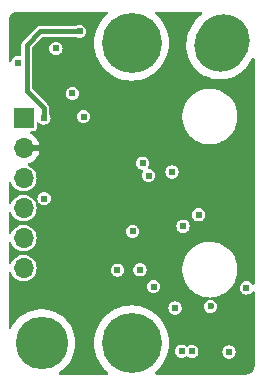
<source format=gbr>
%TF.GenerationSoftware,KiCad,Pcbnew,8.0.4-8.0.4-0~ubuntu22.04.1*%
%TF.CreationDate,2024-08-25T23:22:22-07:00*%
%TF.ProjectId,mag-encoder,6d61672d-656e-4636-9f64-65722e6b6963,1*%
%TF.SameCoordinates,Original*%
%TF.FileFunction,Copper,L2,Inr*%
%TF.FilePolarity,Positive*%
%FSLAX46Y46*%
G04 Gerber Fmt 4.6, Leading zero omitted, Abs format (unit mm)*
G04 Created by KiCad (PCBNEW 8.0.4-8.0.4-0~ubuntu22.04.1) date 2024-08-25 23:22:22*
%MOMM*%
%LPD*%
G01*
G04 APERTURE LIST*
G04 Aperture macros list*
%AMHorizOval*
0 Thick line with rounded ends*
0 $1 width*
0 $2 $3 position (X,Y) of the first rounded end (center of the circle)*
0 $4 $5 position (X,Y) of the second rounded end (center of the circle)*
0 Add line between two ends*
20,1,$1,$2,$3,$4,$5,0*
0 Add two circle primitives to create the rounded ends*
1,1,$1,$2,$3*
1,1,$1,$4,$5*%
G04 Aperture macros list end*
%TA.AperFunction,ComponentPad*%
%ADD10HorizOval,4.445000X0.130820X0.217720X-0.130820X-0.217720X0*%
%TD*%
%TA.AperFunction,ComponentPad*%
%ADD11C,5.080000*%
%TD*%
%TA.AperFunction,ComponentPad*%
%ADD12C,4.445000*%
%TD*%
%TA.AperFunction,ComponentPad*%
%ADD13R,1.700000X1.700000*%
%TD*%
%TA.AperFunction,ComponentPad*%
%ADD14O,1.700000X1.700000*%
%TD*%
%TA.AperFunction,ViaPad*%
%ADD15C,0.609600*%
%TD*%
%TA.AperFunction,ViaPad*%
%ADD16C,0.600000*%
%TD*%
%TA.AperFunction,Conductor*%
%ADD17C,0.381000*%
%TD*%
G04 APERTURE END LIST*
D10*
%TO.N,*%
%TO.C,H2*%
X238175800Y-110871000D03*
%TD*%
D11*
%TO.N,*%
%TO.C,H1*%
X230555800Y-110871000D03*
%TD*%
D12*
%TO.N,*%
%TO.C,H3*%
X222935800Y-136271000D03*
%TD*%
D13*
%TO.N,GND*%
%TO.C,J1*%
X221411800Y-117221000D03*
D14*
%TO.N,+3.3V*%
X221411800Y-119761000D03*
%TO.N,/CS*%
X221411800Y-122301000D03*
%TO.N,/MOSI*%
X221411800Y-124841000D03*
%TO.N,/MISO*%
X221411800Y-127381000D03*
%TO.N,/SCLK*%
X221411800Y-129921000D03*
%TD*%
D11*
%TO.N,*%
%TO.C,H4*%
X230555800Y-136271000D03*
%TD*%
D15*
%TO.N,+3.3V*%
X222834200Y-112547400D03*
X233464100Y-125260100D03*
X231317800Y-125984000D03*
X226339400Y-111480600D03*
X238960249Y-132807588D03*
%TO.N,GND*%
X226491800Y-117094000D03*
X232003600Y-122097800D03*
X225552000Y-115138200D03*
X235661200Y-136982200D03*
X233984800Y-121793000D03*
%TO.N,+5V*%
X224155000Y-111328200D03*
D16*
%TO.N,Net-(D4-A)*%
X237261400Y-133172200D03*
D15*
%TO.N,Net-(D2-A)*%
X234238376Y-133298776D03*
%TO.N,Net-(D3-A)*%
X232435400Y-131495800D03*
%TO.N,+5V_IN*%
X223139000Y-117221000D03*
X226161600Y-109880400D03*
%TO.N,Net-(D5-K)*%
X238810800Y-137033000D03*
%TO.N,/A*%
X223157754Y-124046954D03*
%TO.N,/B*%
X236245400Y-125412501D03*
%TO.N,/PWM*%
X234911727Y-126377562D03*
%TO.N,Net-(Q1-D)*%
X240284000Y-131597400D03*
%TO.N,Net-(Q1-G)*%
X220929200Y-112547400D03*
%TO.N,Net-(D2-K)*%
X229368646Y-130086100D03*
X231267000Y-130073400D03*
X234797600Y-136956800D03*
%TO.N,/MISO*%
X231495600Y-121031000D03*
X230657400Y-126822200D03*
%TD*%
D17*
%TO.N,+5V_IN*%
X221665800Y-111023400D02*
X222808800Y-109880400D01*
X223139000Y-116384600D02*
X221665800Y-114911400D01*
X221665800Y-114911400D02*
X221665800Y-111023400D01*
X223139000Y-117221000D02*
X223139000Y-116384600D01*
X222808800Y-109880400D02*
X226161600Y-109880400D01*
%TD*%
%TA.AperFunction,Conductor*%
%TO.N,+3.3V*%
G36*
X228516269Y-108224185D02*
G01*
X228562024Y-108276989D01*
X228571968Y-108346147D01*
X228542943Y-108409703D01*
X228531857Y-108420959D01*
X228306848Y-108622039D01*
X228069178Y-108887992D01*
X227862795Y-109178860D01*
X227862792Y-109178865D01*
X227690264Y-109491032D01*
X227553773Y-109820551D01*
X227455039Y-110163265D01*
X227455037Y-110163274D01*
X227395295Y-110514889D01*
X227395293Y-110514901D01*
X227375296Y-110871000D01*
X227395293Y-111227098D01*
X227395295Y-111227110D01*
X227455037Y-111578725D01*
X227455039Y-111578734D01*
X227541910Y-111880269D01*
X227553775Y-111921454D01*
X227587344Y-112002496D01*
X227690264Y-112250967D01*
X227862792Y-112563134D01*
X227862795Y-112563139D01*
X228069178Y-112854007D01*
X228069182Y-112854012D01*
X228306844Y-113119956D01*
X228572788Y-113357618D01*
X228572791Y-113357620D01*
X228572792Y-113357621D01*
X228863660Y-113564004D01*
X228863665Y-113564007D01*
X228863668Y-113564008D01*
X228863670Y-113564010D01*
X229175831Y-113736535D01*
X229505346Y-113873025D01*
X229848071Y-113971762D01*
X230199697Y-114031506D01*
X230555800Y-114051504D01*
X230911903Y-114031506D01*
X231263529Y-113971762D01*
X231606254Y-113873025D01*
X231935769Y-113736535D01*
X232247930Y-113564010D01*
X232247935Y-113564006D01*
X232247939Y-113564004D01*
X232400387Y-113455836D01*
X232538812Y-113357618D01*
X232804756Y-113119956D01*
X233042418Y-112854012D01*
X233248810Y-112563130D01*
X233421335Y-112250969D01*
X233557825Y-111921454D01*
X233656562Y-111578729D01*
X233716306Y-111227103D01*
X233736304Y-110871000D01*
X233716306Y-110514897D01*
X233656562Y-110163271D01*
X233557825Y-109820546D01*
X233421335Y-109491031D01*
X233248810Y-109178870D01*
X233248808Y-109178868D01*
X233248807Y-109178865D01*
X233248804Y-109178860D01*
X233042421Y-108887992D01*
X233042420Y-108887991D01*
X233042418Y-108887988D01*
X232804756Y-108622044D01*
X232804753Y-108622041D01*
X232804751Y-108622039D01*
X232579743Y-108420959D01*
X232542872Y-108361610D01*
X232543941Y-108291749D01*
X232582611Y-108233555D01*
X232646603Y-108205506D01*
X232662370Y-108204500D01*
X236438451Y-108204500D01*
X236505490Y-108224185D01*
X236551245Y-108276989D01*
X236561189Y-108346147D01*
X236532164Y-108409703D01*
X236517681Y-108423886D01*
X236357020Y-108557335D01*
X236357003Y-108557351D01*
X236134606Y-108788799D01*
X235939504Y-109043720D01*
X235939501Y-109043724D01*
X235512532Y-109754316D01*
X235379050Y-110046246D01*
X235279093Y-110351297D01*
X235213921Y-110665598D01*
X235213920Y-110665609D01*
X235186238Y-110964815D01*
X235184347Y-110985252D01*
X235184346Y-110985264D01*
X235190749Y-111306177D01*
X235190749Y-111306182D01*
X235233043Y-111624382D01*
X235233044Y-111624387D01*
X235233045Y-111624392D01*
X235307110Y-111921454D01*
X235310704Y-111935869D01*
X235422741Y-112236666D01*
X235422748Y-112236684D01*
X235567765Y-112523061D01*
X235567770Y-112523070D01*
X235743934Y-112791397D01*
X235949042Y-113038327D01*
X235949051Y-113038336D01*
X236180499Y-113260733D01*
X236435419Y-113455836D01*
X236710573Y-113621166D01*
X236841481Y-113681022D01*
X237002506Y-113754649D01*
X237079768Y-113779965D01*
X237307551Y-113854605D01*
X237396385Y-113873025D01*
X237621858Y-113919778D01*
X237621860Y-113919778D01*
X237621869Y-113919780D01*
X237941508Y-113949353D01*
X237941520Y-113949352D01*
X237941524Y-113949353D01*
X238139008Y-113945412D01*
X238262447Y-113942950D01*
X238580652Y-113900655D01*
X238892121Y-113822998D01*
X239192936Y-113710955D01*
X239479316Y-113565938D01*
X239482258Y-113564007D01*
X239522421Y-113537637D01*
X239747657Y-113389766D01*
X239994587Y-113184658D01*
X240137482Y-113035947D01*
X240216993Y-112953200D01*
X240216995Y-112953196D01*
X240216999Y-112953193D01*
X240412096Y-112698281D01*
X240739011Y-112154205D01*
X240790412Y-112106880D01*
X240859240Y-112094857D01*
X240923641Y-112121953D01*
X240963170Y-112179566D01*
X240969300Y-112218071D01*
X240969300Y-131206458D01*
X240949615Y-131273497D01*
X240896811Y-131319252D01*
X240827653Y-131329196D01*
X240764097Y-131300171D01*
X240746925Y-131281945D01*
X240712630Y-131237251D01*
X240682897Y-131198503D01*
X240566063Y-131108853D01*
X240566059Y-131108851D01*
X240430007Y-131052496D01*
X240430005Y-131052495D01*
X240284001Y-131033274D01*
X240283999Y-131033274D01*
X240137994Y-131052495D01*
X240137992Y-131052496D01*
X240001940Y-131108851D01*
X240001937Y-131108852D01*
X240001937Y-131108853D01*
X239885103Y-131198503D01*
X239807091Y-131300171D01*
X239795451Y-131315340D01*
X239739096Y-131451392D01*
X239739095Y-131451394D01*
X239719874Y-131597398D01*
X239719874Y-131597401D01*
X239739095Y-131743405D01*
X239739096Y-131743407D01*
X239792217Y-131871652D01*
X239795453Y-131879463D01*
X239885103Y-131996297D01*
X240001937Y-132085947D01*
X240137993Y-132142304D01*
X240197491Y-132150137D01*
X240283999Y-132161526D01*
X240284000Y-132161526D01*
X240284001Y-132161526D01*
X240332669Y-132155118D01*
X240430007Y-132142304D01*
X240566063Y-132085947D01*
X240682897Y-131996297D01*
X240746924Y-131912854D01*
X240803352Y-131871652D01*
X240873098Y-131867497D01*
X240934018Y-131901709D01*
X240966771Y-131963427D01*
X240969300Y-131988341D01*
X240969300Y-138169907D01*
X240968703Y-138182061D01*
X240955865Y-138312404D01*
X240951122Y-138336246D01*
X240914876Y-138455730D01*
X240905575Y-138478186D01*
X240846722Y-138588294D01*
X240833216Y-138608507D01*
X240754009Y-138705021D01*
X240736821Y-138722209D01*
X240640307Y-138801416D01*
X240620094Y-138814922D01*
X240509986Y-138873775D01*
X240487530Y-138883076D01*
X240368046Y-138919322D01*
X240344204Y-138924065D01*
X240213861Y-138936903D01*
X240201707Y-138937500D01*
X232662370Y-138937500D01*
X232595331Y-138917815D01*
X232549576Y-138865011D01*
X232539632Y-138795853D01*
X232568657Y-138732297D01*
X232579743Y-138721041D01*
X232765527Y-138555013D01*
X232804756Y-138519956D01*
X233042418Y-138254012D01*
X233248810Y-137963130D01*
X233421335Y-137650969D01*
X233557825Y-137321454D01*
X233656562Y-136978729D01*
X233660288Y-136956798D01*
X234233474Y-136956798D01*
X234233474Y-136956801D01*
X234252695Y-137102805D01*
X234252696Y-137102807D01*
X234284258Y-137179005D01*
X234309053Y-137238863D01*
X234398703Y-137355697D01*
X234515537Y-137445347D01*
X234651593Y-137501704D01*
X234724596Y-137511315D01*
X234797599Y-137520926D01*
X234797600Y-137520926D01*
X234797601Y-137520926D01*
X234846269Y-137514518D01*
X234943607Y-137501704D01*
X235079663Y-137445347D01*
X235137364Y-137401071D01*
X235202531Y-137375878D01*
X235270976Y-137389916D01*
X235288329Y-137401067D01*
X235379137Y-137470747D01*
X235515193Y-137527104D01*
X235588196Y-137536715D01*
X235661199Y-137546326D01*
X235661200Y-137546326D01*
X235661201Y-137546326D01*
X235709869Y-137539918D01*
X235807207Y-137527104D01*
X235943263Y-137470747D01*
X236060097Y-137381097D01*
X236149747Y-137264263D01*
X236206104Y-137128207D01*
X236218638Y-137032998D01*
X238246674Y-137032998D01*
X238246674Y-137033001D01*
X238265895Y-137179005D01*
X238265896Y-137179007D01*
X238301210Y-137264263D01*
X238322253Y-137315063D01*
X238411903Y-137431897D01*
X238528737Y-137521547D01*
X238664793Y-137577904D01*
X238737796Y-137587515D01*
X238810799Y-137597126D01*
X238810800Y-137597126D01*
X238810801Y-137597126D01*
X238859469Y-137590718D01*
X238956807Y-137577904D01*
X239092863Y-137521547D01*
X239209697Y-137431897D01*
X239299347Y-137315063D01*
X239355704Y-137179007D01*
X239374926Y-137033000D01*
X239355704Y-136886993D01*
X239299347Y-136750937D01*
X239209697Y-136634103D01*
X239092863Y-136544453D01*
X239092859Y-136544451D01*
X238956807Y-136488096D01*
X238956805Y-136488095D01*
X238810801Y-136468874D01*
X238810799Y-136468874D01*
X238664794Y-136488095D01*
X238664792Y-136488096D01*
X238528740Y-136544451D01*
X238411903Y-136634103D01*
X238322251Y-136750940D01*
X238265896Y-136886992D01*
X238265895Y-136886994D01*
X238246674Y-137032998D01*
X236218638Y-137032998D01*
X236225326Y-136982200D01*
X236206104Y-136836193D01*
X236149747Y-136700137D01*
X236060097Y-136583303D01*
X235943263Y-136493653D01*
X235943259Y-136493651D01*
X235807207Y-136437296D01*
X235807205Y-136437295D01*
X235661201Y-136418074D01*
X235661199Y-136418074D01*
X235515194Y-136437295D01*
X235515192Y-136437296D01*
X235379139Y-136493651D01*
X235379136Y-136493653D01*
X235321436Y-136537928D01*
X235256267Y-136563122D01*
X235187822Y-136549083D01*
X235170465Y-136537928D01*
X235112765Y-136493653D01*
X235079664Y-136468253D01*
X235079660Y-136468251D01*
X234943607Y-136411896D01*
X234943605Y-136411895D01*
X234797601Y-136392674D01*
X234797599Y-136392674D01*
X234651594Y-136411895D01*
X234651592Y-136411896D01*
X234515540Y-136468251D01*
X234515537Y-136468252D01*
X234515537Y-136468253D01*
X234489677Y-136488096D01*
X234398703Y-136557903D01*
X234309051Y-136674740D01*
X234252696Y-136810792D01*
X234252695Y-136810794D01*
X234233474Y-136956798D01*
X233660288Y-136956798D01*
X233716306Y-136627103D01*
X233736304Y-136271000D01*
X233716306Y-135914897D01*
X233656562Y-135563271D01*
X233557825Y-135220546D01*
X233421335Y-134891031D01*
X233248810Y-134578870D01*
X233248808Y-134578868D01*
X233248807Y-134578865D01*
X233248804Y-134578860D01*
X233042421Y-134287992D01*
X233042420Y-134287991D01*
X233042418Y-134287988D01*
X232804756Y-134022044D01*
X232538812Y-133784382D01*
X232538809Y-133784380D01*
X232538807Y-133784378D01*
X232247939Y-133577995D01*
X232247934Y-133577992D01*
X232006906Y-133444781D01*
X231935769Y-133405465D01*
X231678195Y-133298774D01*
X233674250Y-133298774D01*
X233674250Y-133298777D01*
X233693471Y-133444781D01*
X233693472Y-133444783D01*
X233748649Y-133577992D01*
X233749829Y-133580839D01*
X233839479Y-133697673D01*
X233956313Y-133787323D01*
X234092369Y-133843680D01*
X234165372Y-133853291D01*
X234238375Y-133862902D01*
X234238376Y-133862902D01*
X234238377Y-133862902D01*
X234287045Y-133856494D01*
X234384383Y-133843680D01*
X234520439Y-133787323D01*
X234637273Y-133697673D01*
X234726923Y-133580839D01*
X234783280Y-133444783D01*
X234796094Y-133347445D01*
X234802502Y-133298777D01*
X234802502Y-133298774D01*
X234783280Y-133152770D01*
X234783280Y-133152769D01*
X234726923Y-133016713D01*
X234637273Y-132899879D01*
X234520439Y-132810229D01*
X234520435Y-132810227D01*
X234384383Y-132753872D01*
X234384381Y-132753871D01*
X234238377Y-132734650D01*
X234238375Y-132734650D01*
X234092370Y-132753871D01*
X234092368Y-132753872D01*
X233956316Y-132810227D01*
X233839479Y-132899879D01*
X233749827Y-133016716D01*
X233693472Y-133152768D01*
X233693471Y-133152770D01*
X233674250Y-133298774D01*
X231678195Y-133298774D01*
X231606254Y-133268975D01*
X231606250Y-133268973D01*
X231606248Y-133268973D01*
X231263534Y-133170239D01*
X231263525Y-133170237D01*
X230911910Y-133110495D01*
X230911898Y-133110493D01*
X230555800Y-133090496D01*
X230199701Y-133110493D01*
X230199689Y-133110495D01*
X229848074Y-133170237D01*
X229848065Y-133170239D01*
X229505351Y-133268973D01*
X229175832Y-133405464D01*
X228863665Y-133577992D01*
X228863660Y-133577995D01*
X228572792Y-133784378D01*
X228306844Y-134022044D01*
X228069178Y-134287992D01*
X227862795Y-134578860D01*
X227862792Y-134578865D01*
X227690264Y-134891032D01*
X227553773Y-135220551D01*
X227455039Y-135563265D01*
X227455037Y-135563274D01*
X227395295Y-135914889D01*
X227395293Y-135914901D01*
X227375296Y-136271000D01*
X227395293Y-136627098D01*
X227395295Y-136627110D01*
X227455037Y-136978725D01*
X227455039Y-136978734D01*
X227551934Y-137315063D01*
X227553775Y-137321454D01*
X227636657Y-137521548D01*
X227690264Y-137650967D01*
X227862792Y-137963134D01*
X227862795Y-137963139D01*
X228069178Y-138254007D01*
X228069182Y-138254012D01*
X228259889Y-138467413D01*
X228306848Y-138519960D01*
X228531857Y-138721041D01*
X228568728Y-138780390D01*
X228567659Y-138850251D01*
X228528989Y-138908445D01*
X228464997Y-138936494D01*
X228449230Y-138937500D01*
X224496780Y-138937500D01*
X224429741Y-138917815D01*
X224383986Y-138865011D01*
X224374042Y-138795853D01*
X224403067Y-138732297D01*
X224428641Y-138709900D01*
X224645363Y-138567358D01*
X224645371Y-138567353D01*
X224900402Y-138353357D01*
X225128865Y-138111200D01*
X225327670Y-137844158D01*
X225494130Y-137555842D01*
X225625992Y-137250150D01*
X225721475Y-136931217D01*
X225779285Y-136603356D01*
X225798643Y-136271000D01*
X225779285Y-135938644D01*
X225775096Y-135914889D01*
X225721478Y-135610800D01*
X225721477Y-135610799D01*
X225721475Y-135610783D01*
X225625992Y-135291850D01*
X225494130Y-134986158D01*
X225327670Y-134697842D01*
X225239099Y-134578870D01*
X225128868Y-134430803D01*
X225128863Y-134430797D01*
X224994129Y-134287988D01*
X224900402Y-134188643D01*
X224645371Y-133974647D01*
X224645367Y-133974644D01*
X224645363Y-133974641D01*
X224367225Y-133791706D01*
X224069721Y-133642294D01*
X224069720Y-133642293D01*
X223756870Y-133528425D01*
X223578888Y-133486243D01*
X223432927Y-133451650D01*
X223102260Y-133413000D01*
X222769340Y-133413000D01*
X222438673Y-133451650D01*
X222114729Y-133528425D01*
X221801879Y-133642293D01*
X221801878Y-133642294D01*
X221504374Y-133791706D01*
X221226236Y-133974641D01*
X220971196Y-134188644D01*
X220971196Y-134188645D01*
X220742736Y-134430797D01*
X220742731Y-134430803D01*
X220543930Y-134697840D01*
X220377466Y-134986164D01*
X220377102Y-134986890D01*
X220376959Y-134987042D01*
X220375666Y-134989283D01*
X220375147Y-134988983D01*
X220329416Y-135037957D01*
X220261691Y-135055136D01*
X220195430Y-135032974D01*
X220151669Y-134978506D01*
X220142300Y-134931222D01*
X220142300Y-131495798D01*
X231871274Y-131495798D01*
X231871274Y-131495801D01*
X231890495Y-131641805D01*
X231890496Y-131641807D01*
X231932580Y-131743407D01*
X231946853Y-131777863D01*
X232036503Y-131894697D01*
X232153337Y-131984347D01*
X232289393Y-132040704D01*
X232362396Y-132050315D01*
X232435399Y-132059926D01*
X232435400Y-132059926D01*
X232435401Y-132059926D01*
X232484069Y-132053518D01*
X232581407Y-132040704D01*
X232717463Y-131984347D01*
X232834297Y-131894697D01*
X232923947Y-131777863D01*
X232980304Y-131641807D01*
X232999526Y-131495800D01*
X232980304Y-131349793D01*
X232923947Y-131213737D01*
X232834297Y-131096903D01*
X232717463Y-131007253D01*
X232717459Y-131007251D01*
X232581407Y-130950896D01*
X232581405Y-130950895D01*
X232435401Y-130931674D01*
X232435399Y-130931674D01*
X232289394Y-130950895D01*
X232289392Y-130950896D01*
X232153340Y-131007251D01*
X232153337Y-131007252D01*
X232153337Y-131007253D01*
X232036503Y-131096903D01*
X231952439Y-131206458D01*
X231946851Y-131213740D01*
X231890496Y-131349792D01*
X231890495Y-131349794D01*
X231871274Y-131495798D01*
X220142300Y-131495798D01*
X220142300Y-130376628D01*
X220161985Y-130309589D01*
X220214789Y-130263834D01*
X220283947Y-130253890D01*
X220347503Y-130282915D01*
X220377300Y-130321356D01*
X220468712Y-130504935D01*
X220592069Y-130668287D01*
X220743337Y-130806185D01*
X220743339Y-130806187D01*
X220917369Y-130913942D01*
X220917375Y-130913945D01*
X220957810Y-130929609D01*
X221108244Y-130987888D01*
X221309453Y-131025500D01*
X221309456Y-131025500D01*
X221514144Y-131025500D01*
X221514147Y-131025500D01*
X221715356Y-130987888D01*
X221906227Y-130913944D01*
X222080262Y-130806186D01*
X222231532Y-130668285D01*
X222354888Y-130504935D01*
X222446128Y-130321701D01*
X222502145Y-130124821D01*
X222505733Y-130086098D01*
X228804520Y-130086098D01*
X228804520Y-130086101D01*
X228823741Y-130232105D01*
X228823742Y-130232107D01*
X228874836Y-130355459D01*
X228880099Y-130368163D01*
X228969749Y-130484997D01*
X229086583Y-130574647D01*
X229222639Y-130631004D01*
X229272179Y-130637526D01*
X229368645Y-130650226D01*
X229368646Y-130650226D01*
X229368647Y-130650226D01*
X229417315Y-130643818D01*
X229514653Y-130631004D01*
X229650709Y-130574647D01*
X229767543Y-130484997D01*
X229857193Y-130368163D01*
X229913550Y-130232107D01*
X229932772Y-130086100D01*
X229931100Y-130073398D01*
X230702874Y-130073398D01*
X230702874Y-130073401D01*
X230722095Y-130219405D01*
X230722096Y-130219407D01*
X230740498Y-130263834D01*
X230778453Y-130355463D01*
X230868103Y-130472297D01*
X230984937Y-130561947D01*
X231120993Y-130618304D01*
X231193996Y-130627915D01*
X231266999Y-130637526D01*
X231267000Y-130637526D01*
X231267001Y-130637526D01*
X231316548Y-130631003D01*
X231413007Y-130618304D01*
X231549063Y-130561947D01*
X231665897Y-130472297D01*
X231755547Y-130355463D01*
X231811904Y-130219407D01*
X231831126Y-130073400D01*
X231811904Y-129927393D01*
X231799699Y-129897929D01*
X234842300Y-129897929D01*
X234842300Y-130204070D01*
X234842301Y-130204086D01*
X234882260Y-130507607D01*
X234961502Y-130803340D01*
X235078654Y-131086173D01*
X235078662Y-131086189D01*
X235231731Y-131351310D01*
X235231742Y-131351326D01*
X235418109Y-131594204D01*
X235418115Y-131594211D01*
X235634588Y-131810684D01*
X235634595Y-131810690D01*
X235724222Y-131879463D01*
X235877482Y-131997064D01*
X235877489Y-131997068D01*
X236142610Y-132150137D01*
X236142626Y-132150145D01*
X236425459Y-132267297D01*
X236425461Y-132267297D01*
X236425467Y-132267300D01*
X236721189Y-132346539D01*
X237024723Y-132386500D01*
X237024730Y-132386500D01*
X237090888Y-132386500D01*
X237157927Y-132406185D01*
X237203682Y-132458989D01*
X237213626Y-132528147D01*
X237184601Y-132591703D01*
X237125823Y-132629477D01*
X237122981Y-132630275D01*
X237116645Y-132631972D01*
X236981761Y-132687843D01*
X236865926Y-132776726D01*
X236777043Y-132892561D01*
X236721172Y-133027445D01*
X236721171Y-133027447D01*
X236702115Y-133172198D01*
X236702115Y-133172201D01*
X236721171Y-133316952D01*
X236721173Y-133316957D01*
X236777042Y-133451838D01*
X236777045Y-133451844D01*
X236865925Y-133567673D01*
X236865926Y-133567674D01*
X236981755Y-133656554D01*
X236981761Y-133656557D01*
X237049201Y-133684491D01*
X237116646Y-133712428D01*
X237189023Y-133721956D01*
X237261399Y-133731485D01*
X237261400Y-133731485D01*
X237261401Y-133731485D01*
X237309651Y-133725132D01*
X237406154Y-133712428D01*
X237541043Y-133656555D01*
X237656874Y-133567674D01*
X237745755Y-133451843D01*
X237801628Y-133316954D01*
X237820685Y-133172200D01*
X237812561Y-133110495D01*
X237801628Y-133027447D01*
X237801628Y-133027446D01*
X237745755Y-132892558D01*
X237656874Y-132776726D01*
X237541043Y-132687845D01*
X237541040Y-132687844D01*
X237541038Y-132687842D01*
X237406157Y-132631973D01*
X237406154Y-132631972D01*
X237370054Y-132627219D01*
X237306158Y-132598951D01*
X237267688Y-132540626D01*
X237266858Y-132470761D01*
X237303932Y-132411538D01*
X237367138Y-132381760D01*
X237369984Y-132381351D01*
X237634411Y-132346539D01*
X237930133Y-132267300D01*
X238006441Y-132235692D01*
X238212973Y-132150145D01*
X238212976Y-132150143D01*
X238212982Y-132150141D01*
X238478118Y-131997064D01*
X238721006Y-131810689D01*
X238937489Y-131594206D01*
X239123864Y-131351318D01*
X239276941Y-131086182D01*
X239317656Y-130987888D01*
X239394097Y-130803340D01*
X239394096Y-130803340D01*
X239394100Y-130803333D01*
X239473339Y-130507611D01*
X239513300Y-130204077D01*
X239513300Y-129897923D01*
X239473339Y-129594389D01*
X239394100Y-129298667D01*
X239342344Y-129173715D01*
X239276945Y-129015826D01*
X239276937Y-129015810D01*
X239123868Y-128750689D01*
X239123864Y-128750682D01*
X238937489Y-128507794D01*
X238937484Y-128507788D01*
X238721011Y-128291315D01*
X238721004Y-128291309D01*
X238478126Y-128104942D01*
X238478124Y-128104940D01*
X238478118Y-128104936D01*
X238478113Y-128104933D01*
X238478110Y-128104931D01*
X238212989Y-127951862D01*
X238212973Y-127951854D01*
X237930140Y-127834702D01*
X237732350Y-127781704D01*
X237634411Y-127755461D01*
X237634410Y-127755460D01*
X237634407Y-127755460D01*
X237330886Y-127715501D01*
X237330883Y-127715500D01*
X237330877Y-127715500D01*
X237024723Y-127715500D01*
X237024717Y-127715500D01*
X237024713Y-127715501D01*
X236721192Y-127755460D01*
X236425459Y-127834702D01*
X236142626Y-127951854D01*
X236142610Y-127951862D01*
X235877489Y-128104931D01*
X235877473Y-128104942D01*
X235634595Y-128291309D01*
X235634588Y-128291315D01*
X235418115Y-128507788D01*
X235418109Y-128507795D01*
X235231742Y-128750673D01*
X235231731Y-128750689D01*
X235078662Y-129015810D01*
X235078654Y-129015826D01*
X234961502Y-129298659D01*
X234882260Y-129594392D01*
X234842301Y-129897913D01*
X234842300Y-129897929D01*
X231799699Y-129897929D01*
X231755547Y-129791337D01*
X231665897Y-129674503D01*
X231549063Y-129584853D01*
X231549059Y-129584851D01*
X231413007Y-129528496D01*
X231413005Y-129528495D01*
X231267001Y-129509274D01*
X231266999Y-129509274D01*
X231120994Y-129528495D01*
X231120992Y-129528496D01*
X230984940Y-129584851D01*
X230984937Y-129584852D01*
X230984937Y-129584853D01*
X230868103Y-129674503D01*
X230835354Y-129717183D01*
X230778451Y-129791340D01*
X230722096Y-129927392D01*
X230722095Y-129927394D01*
X230702874Y-130073398D01*
X229931100Y-130073398D01*
X229913550Y-129940093D01*
X229857193Y-129804037D01*
X229767543Y-129687203D01*
X229650709Y-129597553D01*
X229650705Y-129597551D01*
X229514653Y-129541196D01*
X229514651Y-129541195D01*
X229368647Y-129521974D01*
X229368645Y-129521974D01*
X229222640Y-129541195D01*
X229222638Y-129541196D01*
X229086586Y-129597551D01*
X228969749Y-129687203D01*
X228880097Y-129804040D01*
X228823742Y-129940092D01*
X228823741Y-129940094D01*
X228804520Y-130086098D01*
X222505733Y-130086098D01*
X222521032Y-129921000D01*
X222502145Y-129717179D01*
X222446128Y-129520299D01*
X222354888Y-129337065D01*
X222231532Y-129173715D01*
X222231530Y-129173712D01*
X222080262Y-129035814D01*
X222080260Y-129035812D01*
X221906230Y-128928057D01*
X221906224Y-128928054D01*
X221755793Y-128869777D01*
X221715356Y-128854112D01*
X221514147Y-128816500D01*
X221309453Y-128816500D01*
X221108244Y-128854112D01*
X221108241Y-128854112D01*
X221108241Y-128854113D01*
X220917375Y-128928054D01*
X220917369Y-128928057D01*
X220743339Y-129035812D01*
X220743337Y-129035814D01*
X220592069Y-129173712D01*
X220468712Y-129337064D01*
X220377300Y-129520643D01*
X220329797Y-129571880D01*
X220262134Y-129589301D01*
X220195794Y-129567375D01*
X220151839Y-129513064D01*
X220142300Y-129465371D01*
X220142300Y-127836628D01*
X220161985Y-127769589D01*
X220214789Y-127723834D01*
X220283947Y-127713890D01*
X220347503Y-127742915D01*
X220377300Y-127781356D01*
X220468712Y-127964935D01*
X220592069Y-128128287D01*
X220743337Y-128266185D01*
X220743339Y-128266187D01*
X220917369Y-128373942D01*
X220917375Y-128373945D01*
X220957810Y-128389609D01*
X221108244Y-128447888D01*
X221309453Y-128485500D01*
X221309456Y-128485500D01*
X221514144Y-128485500D01*
X221514147Y-128485500D01*
X221715356Y-128447888D01*
X221906227Y-128373944D01*
X222080262Y-128266186D01*
X222231532Y-128128285D01*
X222354888Y-127964935D01*
X222446128Y-127781701D01*
X222502145Y-127584821D01*
X222521032Y-127381000D01*
X222502145Y-127177179D01*
X222446128Y-126980299D01*
X222367403Y-126822198D01*
X230093274Y-126822198D01*
X230093274Y-126822201D01*
X230112495Y-126968205D01*
X230112496Y-126968207D01*
X230146086Y-127049301D01*
X230168853Y-127104263D01*
X230258503Y-127221097D01*
X230375337Y-127310747D01*
X230511393Y-127367104D01*
X230584396Y-127376715D01*
X230657399Y-127386326D01*
X230657400Y-127386326D01*
X230657401Y-127386326D01*
X230706069Y-127379918D01*
X230803407Y-127367104D01*
X230939463Y-127310747D01*
X231056297Y-127221097D01*
X231145947Y-127104263D01*
X231202304Y-126968207D01*
X231221526Y-126822200D01*
X231202304Y-126676193D01*
X231145947Y-126540137D01*
X231056297Y-126423303D01*
X230996684Y-126377560D01*
X234347601Y-126377560D01*
X234347601Y-126377563D01*
X234366822Y-126523567D01*
X234366823Y-126523569D01*
X234412447Y-126633715D01*
X234423180Y-126659625D01*
X234512830Y-126776459D01*
X234629664Y-126866109D01*
X234765720Y-126922466D01*
X234838723Y-126932077D01*
X234911726Y-126941688D01*
X234911727Y-126941688D01*
X234911728Y-126941688D01*
X234960396Y-126935280D01*
X235057734Y-126922466D01*
X235193790Y-126866109D01*
X235310624Y-126776459D01*
X235400274Y-126659625D01*
X235456631Y-126523569D01*
X235474471Y-126388057D01*
X235475853Y-126377563D01*
X235475853Y-126377560D01*
X235456631Y-126231556D01*
X235456631Y-126231555D01*
X235400274Y-126095499D01*
X235310624Y-125978665D01*
X235193790Y-125889015D01*
X235193786Y-125889013D01*
X235057734Y-125832658D01*
X235057732Y-125832657D01*
X234911728Y-125813436D01*
X234911726Y-125813436D01*
X234765721Y-125832657D01*
X234765719Y-125832658D01*
X234629667Y-125889013D01*
X234629664Y-125889014D01*
X234629664Y-125889015D01*
X234540538Y-125957404D01*
X234512830Y-125978665D01*
X234423178Y-126095502D01*
X234366823Y-126231554D01*
X234366822Y-126231556D01*
X234347601Y-126377560D01*
X230996684Y-126377560D01*
X230939463Y-126333653D01*
X230939459Y-126333651D01*
X230803407Y-126277296D01*
X230803405Y-126277295D01*
X230657401Y-126258074D01*
X230657399Y-126258074D01*
X230511394Y-126277295D01*
X230511392Y-126277296D01*
X230375340Y-126333651D01*
X230375337Y-126333652D01*
X230375337Y-126333653D01*
X230258503Y-126423303D01*
X230168851Y-126540140D01*
X230112496Y-126676192D01*
X230112495Y-126676194D01*
X230093274Y-126822198D01*
X222367403Y-126822198D01*
X222354888Y-126797065D01*
X222231532Y-126633715D01*
X222231530Y-126633712D01*
X222080262Y-126495814D01*
X222080260Y-126495812D01*
X221906230Y-126388057D01*
X221906224Y-126388054D01*
X221755793Y-126329777D01*
X221715356Y-126314112D01*
X221514147Y-126276500D01*
X221309453Y-126276500D01*
X221108244Y-126314112D01*
X221108241Y-126314112D01*
X221108241Y-126314113D01*
X220917375Y-126388054D01*
X220917369Y-126388057D01*
X220743339Y-126495812D01*
X220743337Y-126495814D01*
X220592069Y-126633712D01*
X220468712Y-126797064D01*
X220377300Y-126980643D01*
X220329797Y-127031880D01*
X220262134Y-127049301D01*
X220195794Y-127027375D01*
X220151839Y-126973064D01*
X220142300Y-126925371D01*
X220142300Y-125296628D01*
X220161985Y-125229589D01*
X220214789Y-125183834D01*
X220283947Y-125173890D01*
X220347503Y-125202915D01*
X220377300Y-125241356D01*
X220468712Y-125424935D01*
X220592069Y-125588287D01*
X220743337Y-125726185D01*
X220743339Y-125726187D01*
X220917369Y-125833942D01*
X220917375Y-125833945D01*
X220957810Y-125849609D01*
X221108244Y-125907888D01*
X221309453Y-125945500D01*
X221309456Y-125945500D01*
X221514144Y-125945500D01*
X221514147Y-125945500D01*
X221715356Y-125907888D01*
X221906227Y-125833944D01*
X222080262Y-125726186D01*
X222231532Y-125588285D01*
X222354888Y-125424935D01*
X222361080Y-125412499D01*
X235681274Y-125412499D01*
X235681274Y-125412502D01*
X235700495Y-125558506D01*
X235700496Y-125558508D01*
X235756853Y-125694564D01*
X235846503Y-125811398D01*
X235963337Y-125901048D01*
X236099393Y-125957405D01*
X236172396Y-125967016D01*
X236245399Y-125976627D01*
X236245400Y-125976627D01*
X236245401Y-125976627D01*
X236294069Y-125970219D01*
X236391407Y-125957405D01*
X236527463Y-125901048D01*
X236644297Y-125811398D01*
X236733947Y-125694564D01*
X236790304Y-125558508D01*
X236809526Y-125412501D01*
X236790304Y-125266494D01*
X236733947Y-125130438D01*
X236644297Y-125013604D01*
X236527463Y-124923954D01*
X236527459Y-124923952D01*
X236391407Y-124867597D01*
X236391405Y-124867596D01*
X236245401Y-124848375D01*
X236245399Y-124848375D01*
X236099394Y-124867596D01*
X236099392Y-124867597D01*
X235963340Y-124923952D01*
X235846503Y-125013604D01*
X235756851Y-125130441D01*
X235700496Y-125266493D01*
X235700495Y-125266495D01*
X235681274Y-125412499D01*
X222361080Y-125412499D01*
X222446128Y-125241701D01*
X222502145Y-125044821D01*
X222521032Y-124841000D01*
X222502145Y-124637179D01*
X222446128Y-124440299D01*
X222354888Y-124257065D01*
X222231532Y-124093715D01*
X222231530Y-124093712D01*
X222180236Y-124046952D01*
X222593628Y-124046952D01*
X222593628Y-124046955D01*
X222612849Y-124192959D01*
X222612850Y-124192961D01*
X222669207Y-124329017D01*
X222758857Y-124445851D01*
X222875691Y-124535501D01*
X223011747Y-124591858D01*
X223084750Y-124601469D01*
X223157753Y-124611080D01*
X223157754Y-124611080D01*
X223157755Y-124611080D01*
X223206423Y-124604672D01*
X223303761Y-124591858D01*
X223439817Y-124535501D01*
X223556651Y-124445851D01*
X223646301Y-124329017D01*
X223702658Y-124192961D01*
X223721880Y-124046954D01*
X223702658Y-123900947D01*
X223646301Y-123764891D01*
X223556651Y-123648057D01*
X223439817Y-123558407D01*
X223439813Y-123558405D01*
X223303761Y-123502050D01*
X223303759Y-123502049D01*
X223157755Y-123482828D01*
X223157753Y-123482828D01*
X223011748Y-123502049D01*
X223011746Y-123502050D01*
X222875694Y-123558405D01*
X222758857Y-123648057D01*
X222669205Y-123764894D01*
X222612850Y-123900946D01*
X222612849Y-123900948D01*
X222593628Y-124046952D01*
X222180236Y-124046952D01*
X222080262Y-123955814D01*
X222080260Y-123955812D01*
X221906230Y-123848057D01*
X221906224Y-123848054D01*
X221755793Y-123789777D01*
X221715356Y-123774112D01*
X221514147Y-123736500D01*
X221309453Y-123736500D01*
X221108244Y-123774112D01*
X221108241Y-123774112D01*
X221108241Y-123774113D01*
X220917375Y-123848054D01*
X220917369Y-123848057D01*
X220743339Y-123955812D01*
X220743337Y-123955814D01*
X220592069Y-124093712D01*
X220468712Y-124257064D01*
X220377300Y-124440643D01*
X220329797Y-124491880D01*
X220262134Y-124509301D01*
X220195794Y-124487375D01*
X220151839Y-124433064D01*
X220142300Y-124385371D01*
X220142300Y-122756628D01*
X220161985Y-122689589D01*
X220214789Y-122643834D01*
X220283947Y-122633890D01*
X220347503Y-122662915D01*
X220377300Y-122701356D01*
X220468712Y-122884935D01*
X220592069Y-123048287D01*
X220743337Y-123186185D01*
X220743339Y-123186187D01*
X220917369Y-123293942D01*
X220917375Y-123293945D01*
X220957810Y-123309609D01*
X221108244Y-123367888D01*
X221309453Y-123405500D01*
X221309456Y-123405500D01*
X221514144Y-123405500D01*
X221514147Y-123405500D01*
X221715356Y-123367888D01*
X221906227Y-123293944D01*
X222080262Y-123186186D01*
X222231532Y-123048285D01*
X222354888Y-122884935D01*
X222446128Y-122701701D01*
X222502145Y-122504821D01*
X222521032Y-122301000D01*
X222519229Y-122281548D01*
X222510922Y-122191896D01*
X222502145Y-122097179D01*
X222446128Y-121900299D01*
X222354888Y-121717065D01*
X222258676Y-121589659D01*
X222231530Y-121553712D01*
X222080262Y-121415814D01*
X222080260Y-121415812D01*
X221906230Y-121308057D01*
X221906224Y-121308054D01*
X221830061Y-121278549D01*
X221774659Y-121235976D01*
X221751069Y-121170209D01*
X221766780Y-121102129D01*
X221816804Y-121053350D01*
X221842763Y-121043147D01*
X221875281Y-121034434D01*
X221875292Y-121034429D01*
X221882650Y-121030998D01*
X230931474Y-121030998D01*
X230931474Y-121031001D01*
X230950695Y-121177005D01*
X230950696Y-121177007D01*
X231003486Y-121304453D01*
X231007053Y-121313063D01*
X231096703Y-121429897D01*
X231213537Y-121519547D01*
X231349593Y-121575904D01*
X231454081Y-121589660D01*
X231517976Y-121617925D01*
X231556448Y-121676249D01*
X231557280Y-121746114D01*
X231536272Y-121788083D01*
X231515052Y-121815737D01*
X231515051Y-121815739D01*
X231458696Y-121951792D01*
X231458695Y-121951794D01*
X231439474Y-122097798D01*
X231439474Y-122097801D01*
X231458695Y-122243805D01*
X231458696Y-122243807D01*
X231515053Y-122379863D01*
X231604703Y-122496697D01*
X231721537Y-122586347D01*
X231857593Y-122642704D01*
X231930596Y-122652315D01*
X232003599Y-122661926D01*
X232003600Y-122661926D01*
X232003601Y-122661926D01*
X232052269Y-122655518D01*
X232149607Y-122642704D01*
X232285663Y-122586347D01*
X232402497Y-122496697D01*
X232492147Y-122379863D01*
X232548504Y-122243807D01*
X232567726Y-122097800D01*
X232567644Y-122097179D01*
X232548504Y-121951794D01*
X232548504Y-121951793D01*
X232492147Y-121815737D01*
X232474699Y-121792998D01*
X233420674Y-121792998D01*
X233420674Y-121793001D01*
X233439895Y-121939005D01*
X233439896Y-121939007D01*
X233496253Y-122075063D01*
X233585903Y-122191897D01*
X233702737Y-122281547D01*
X233838793Y-122337904D01*
X233911796Y-122347515D01*
X233984799Y-122357126D01*
X233984800Y-122357126D01*
X233984801Y-122357126D01*
X234033469Y-122350718D01*
X234130807Y-122337904D01*
X234266863Y-122281547D01*
X234383697Y-122191897D01*
X234473347Y-122075063D01*
X234529704Y-121939007D01*
X234548926Y-121793000D01*
X234542753Y-121746114D01*
X234529704Y-121646994D01*
X234529704Y-121646993D01*
X234473347Y-121510937D01*
X234383697Y-121394103D01*
X234266863Y-121304453D01*
X234266859Y-121304451D01*
X234130807Y-121248096D01*
X234130805Y-121248095D01*
X233984801Y-121228874D01*
X233984799Y-121228874D01*
X233838794Y-121248095D01*
X233838792Y-121248096D01*
X233702740Y-121304451D01*
X233702737Y-121304452D01*
X233702737Y-121304453D01*
X233585903Y-121394103D01*
X233496302Y-121510874D01*
X233496251Y-121510940D01*
X233439896Y-121646992D01*
X233439895Y-121646994D01*
X233420674Y-121792998D01*
X232474699Y-121792998D01*
X232402497Y-121698903D01*
X232285663Y-121609253D01*
X232285659Y-121609251D01*
X232149607Y-121552896D01*
X232149605Y-121552895D01*
X232045119Y-121539140D01*
X231981222Y-121510874D01*
X231942751Y-121452549D01*
X231941920Y-121382684D01*
X231962926Y-121340718D01*
X231984147Y-121313063D01*
X232040504Y-121177007D01*
X232059726Y-121031000D01*
X232040504Y-120884993D01*
X231984147Y-120748937D01*
X231894497Y-120632103D01*
X231777663Y-120542453D01*
X231777659Y-120542451D01*
X231641607Y-120486096D01*
X231641605Y-120486095D01*
X231495601Y-120466874D01*
X231495599Y-120466874D01*
X231349594Y-120486095D01*
X231349592Y-120486096D01*
X231213540Y-120542451D01*
X231096703Y-120632103D01*
X231007051Y-120748940D01*
X230950696Y-120884992D01*
X230950695Y-120884994D01*
X230931474Y-121030998D01*
X221882650Y-121030998D01*
X222089378Y-120934600D01*
X222282882Y-120799105D01*
X222449905Y-120632082D01*
X222585400Y-120438578D01*
X222685229Y-120224492D01*
X222685232Y-120224486D01*
X222742436Y-120011000D01*
X221844812Y-120011000D01*
X221877725Y-119953993D01*
X221911800Y-119826826D01*
X221911800Y-119695174D01*
X221877725Y-119568007D01*
X221844812Y-119511000D01*
X222742436Y-119511000D01*
X222742435Y-119510999D01*
X222685232Y-119297513D01*
X222685229Y-119297507D01*
X222585400Y-119083422D01*
X222585399Y-119083420D01*
X222449913Y-118889926D01*
X222449908Y-118889920D01*
X222282882Y-118722894D01*
X222089378Y-118587399D01*
X222034653Y-118561881D01*
X221982214Y-118515709D01*
X221963062Y-118448515D01*
X221983278Y-118381634D01*
X222036443Y-118336299D01*
X222087057Y-118325499D01*
X222286866Y-118325499D01*
X222361101Y-118310734D01*
X222445284Y-118254484D01*
X222501534Y-118170301D01*
X222516300Y-118096067D01*
X222516299Y-117693519D01*
X222535983Y-117626483D01*
X222588787Y-117580728D01*
X222657946Y-117570784D01*
X222721502Y-117599809D01*
X222738671Y-117618031D01*
X222740103Y-117619897D01*
X222856937Y-117709547D01*
X222992993Y-117765904D01*
X223065996Y-117775515D01*
X223138999Y-117785126D01*
X223139000Y-117785126D01*
X223139001Y-117785126D01*
X223187669Y-117778718D01*
X223285007Y-117765904D01*
X223421063Y-117709547D01*
X223537897Y-117619897D01*
X223627547Y-117503063D01*
X223683904Y-117367007D01*
X223703126Y-117221000D01*
X223686406Y-117093998D01*
X225927674Y-117093998D01*
X225927674Y-117094001D01*
X225946895Y-117240005D01*
X225946896Y-117240007D01*
X226003253Y-117376063D01*
X226092903Y-117492897D01*
X226209737Y-117582547D01*
X226345793Y-117638904D01*
X226418796Y-117648515D01*
X226491799Y-117658126D01*
X226491800Y-117658126D01*
X226491801Y-117658126D01*
X226540469Y-117651718D01*
X226637807Y-117638904D01*
X226773863Y-117582547D01*
X226890697Y-117492897D01*
X226980347Y-117376063D01*
X227036704Y-117240007D01*
X227055926Y-117094000D01*
X227036704Y-116947993D01*
X227032535Y-116937929D01*
X234842300Y-116937929D01*
X234842300Y-117244070D01*
X234842301Y-117244086D01*
X234882260Y-117547607D01*
X234961502Y-117843340D01*
X235078654Y-118126173D01*
X235078662Y-118126189D01*
X235231731Y-118391310D01*
X235231742Y-118391326D01*
X235418109Y-118634204D01*
X235418115Y-118634211D01*
X235634588Y-118850684D01*
X235634595Y-118850690D01*
X235721692Y-118917522D01*
X235877482Y-119037064D01*
X235877489Y-119037068D01*
X236142610Y-119190137D01*
X236142626Y-119190145D01*
X236425459Y-119307297D01*
X236425461Y-119307297D01*
X236425467Y-119307300D01*
X236721189Y-119386539D01*
X237024723Y-119426500D01*
X237024730Y-119426500D01*
X237330870Y-119426500D01*
X237330877Y-119426500D01*
X237634411Y-119386539D01*
X237930133Y-119307300D01*
X238041912Y-119261000D01*
X238212973Y-119190145D01*
X238212976Y-119190143D01*
X238212982Y-119190141D01*
X238478118Y-119037064D01*
X238721006Y-118850689D01*
X238937489Y-118634206D01*
X239123864Y-118391318D01*
X239276941Y-118126182D01*
X239289414Y-118096071D01*
X239394097Y-117843340D01*
X239394096Y-117843340D01*
X239394100Y-117843333D01*
X239473339Y-117547611D01*
X239513300Y-117244077D01*
X239513300Y-116937923D01*
X239473339Y-116634389D01*
X239394100Y-116338667D01*
X239394097Y-116338659D01*
X239276945Y-116055826D01*
X239276937Y-116055810D01*
X239123868Y-115790689D01*
X239123864Y-115790682D01*
X238937489Y-115547794D01*
X238937484Y-115547788D01*
X238721011Y-115331315D01*
X238721004Y-115331309D01*
X238478126Y-115144942D01*
X238478124Y-115144940D01*
X238478118Y-115144936D01*
X238478113Y-115144933D01*
X238478110Y-115144931D01*
X238212989Y-114991862D01*
X238212973Y-114991854D01*
X237930140Y-114874702D01*
X237860866Y-114856140D01*
X237634411Y-114795461D01*
X237634410Y-114795460D01*
X237634407Y-114795460D01*
X237330886Y-114755501D01*
X237330883Y-114755500D01*
X237330877Y-114755500D01*
X237024723Y-114755500D01*
X237024717Y-114755500D01*
X237024713Y-114755501D01*
X236721192Y-114795460D01*
X236425459Y-114874702D01*
X236142626Y-114991854D01*
X236142610Y-114991862D01*
X235877489Y-115144931D01*
X235877473Y-115144942D01*
X235634595Y-115331309D01*
X235634588Y-115331315D01*
X235418115Y-115547788D01*
X235418109Y-115547795D01*
X235231742Y-115790673D01*
X235231731Y-115790689D01*
X235078662Y-116055810D01*
X235078654Y-116055826D01*
X234961502Y-116338659D01*
X234882260Y-116634392D01*
X234842301Y-116937913D01*
X234842300Y-116937929D01*
X227032535Y-116937929D01*
X226980347Y-116811937D01*
X226890697Y-116695103D01*
X226773863Y-116605453D01*
X226773859Y-116605451D01*
X226637807Y-116549096D01*
X226637805Y-116549095D01*
X226491801Y-116529874D01*
X226491799Y-116529874D01*
X226345794Y-116549095D01*
X226345792Y-116549096D01*
X226209740Y-116605451D01*
X226092903Y-116695103D01*
X226003251Y-116811940D01*
X225946896Y-116947992D01*
X225946895Y-116947994D01*
X225927674Y-117093998D01*
X223686406Y-117093998D01*
X223683904Y-117074993D01*
X223627547Y-116938937D01*
X223626761Y-116937913D01*
X223609623Y-116915577D01*
X223584430Y-116850407D01*
X223584000Y-116840092D01*
X223584000Y-116326017D01*
X223584000Y-116326015D01*
X223553674Y-116212836D01*
X223495089Y-116111364D01*
X223412236Y-116028511D01*
X222521923Y-115138198D01*
X224987874Y-115138198D01*
X224987874Y-115138201D01*
X225007095Y-115284205D01*
X225007096Y-115284207D01*
X225026606Y-115331309D01*
X225063453Y-115420263D01*
X225153103Y-115537097D01*
X225269937Y-115626747D01*
X225405993Y-115683104D01*
X225478996Y-115692715D01*
X225551999Y-115702326D01*
X225552000Y-115702326D01*
X225552001Y-115702326D01*
X225600669Y-115695918D01*
X225698007Y-115683104D01*
X225834063Y-115626747D01*
X225950897Y-115537097D01*
X226040547Y-115420263D01*
X226096904Y-115284207D01*
X226110013Y-115184635D01*
X226116126Y-115138201D01*
X226116126Y-115138198D01*
X226096904Y-114992194D01*
X226096904Y-114992193D01*
X226040547Y-114856137D01*
X225950897Y-114739303D01*
X225834063Y-114649653D01*
X225834059Y-114649651D01*
X225698007Y-114593296D01*
X225698005Y-114593295D01*
X225552001Y-114574074D01*
X225551999Y-114574074D01*
X225405994Y-114593295D01*
X225405992Y-114593296D01*
X225269940Y-114649651D01*
X225269937Y-114649652D01*
X225269937Y-114649653D01*
X225153103Y-114739303D01*
X225110012Y-114795461D01*
X225063451Y-114856140D01*
X225007096Y-114992192D01*
X225007095Y-114992194D01*
X224987874Y-115138198D01*
X222521923Y-115138198D01*
X222147119Y-114763394D01*
X222113634Y-114702071D01*
X222110800Y-114675713D01*
X222110800Y-111328198D01*
X223590874Y-111328198D01*
X223590874Y-111328201D01*
X223610095Y-111474205D01*
X223610096Y-111474207D01*
X223666453Y-111610263D01*
X223756103Y-111727097D01*
X223872937Y-111816747D01*
X224008993Y-111873104D01*
X224063417Y-111880269D01*
X224154999Y-111892326D01*
X224155000Y-111892326D01*
X224155001Y-111892326D01*
X224203669Y-111885918D01*
X224301007Y-111873104D01*
X224437063Y-111816747D01*
X224553897Y-111727097D01*
X224643547Y-111610263D01*
X224699904Y-111474207D01*
X224719126Y-111328200D01*
X224716227Y-111306182D01*
X224699904Y-111182194D01*
X224699904Y-111182193D01*
X224643547Y-111046137D01*
X224553897Y-110929303D01*
X224437063Y-110839653D01*
X224437059Y-110839651D01*
X224301007Y-110783296D01*
X224301005Y-110783295D01*
X224155001Y-110764074D01*
X224154999Y-110764074D01*
X224008994Y-110783295D01*
X224008992Y-110783296D01*
X223872940Y-110839651D01*
X223872937Y-110839652D01*
X223872937Y-110839653D01*
X223832085Y-110871000D01*
X223756103Y-110929303D01*
X223666451Y-111046140D01*
X223610096Y-111182192D01*
X223610095Y-111182194D01*
X223590874Y-111328198D01*
X222110800Y-111328198D01*
X222110800Y-111259087D01*
X222130485Y-111192048D01*
X222147119Y-111171406D01*
X222956806Y-110361719D01*
X223018129Y-110328234D01*
X223044487Y-110325400D01*
X225780694Y-110325400D01*
X225847733Y-110345085D01*
X225856167Y-110351015D01*
X225879537Y-110368947D01*
X226015593Y-110425304D01*
X226088596Y-110434915D01*
X226161599Y-110444526D01*
X226161600Y-110444526D01*
X226161601Y-110444526D01*
X226210269Y-110438118D01*
X226307607Y-110425304D01*
X226443663Y-110368947D01*
X226560497Y-110279297D01*
X226650147Y-110162463D01*
X226706504Y-110026407D01*
X226725726Y-109880400D01*
X226706504Y-109734393D01*
X226650147Y-109598337D01*
X226560497Y-109481503D01*
X226443663Y-109391853D01*
X226443659Y-109391851D01*
X226307607Y-109335496D01*
X226307605Y-109335495D01*
X226161601Y-109316274D01*
X226161599Y-109316274D01*
X226015594Y-109335495D01*
X226015592Y-109335496D01*
X225879539Y-109391851D01*
X225871595Y-109397947D01*
X225856179Y-109409775D01*
X225791013Y-109434970D01*
X225780694Y-109435400D01*
X222750211Y-109435400D01*
X222733617Y-109439846D01*
X222733618Y-109439847D01*
X222637036Y-109465726D01*
X222637034Y-109465726D01*
X222637034Y-109465727D01*
X222535564Y-109524311D01*
X222535561Y-109524313D01*
X221309713Y-110750161D01*
X221309709Y-110750167D01*
X221251127Y-110851633D01*
X221251126Y-110851636D01*
X221220800Y-110964815D01*
X221220800Y-111880269D01*
X221201115Y-111947308D01*
X221148311Y-111993063D01*
X221080615Y-112003208D01*
X220929201Y-111983274D01*
X220929199Y-111983274D01*
X220783194Y-112002495D01*
X220783192Y-112002496D01*
X220647140Y-112058851D01*
X220647137Y-112058852D01*
X220647137Y-112058853D01*
X220530303Y-112148503D01*
X220462646Y-112236676D01*
X220440651Y-112265340D01*
X220381186Y-112408902D01*
X220378208Y-112407668D01*
X220349693Y-112454431D01*
X220286840Y-112484948D01*
X220217466Y-112476640D01*
X220163596Y-112432145D01*
X220142335Y-112365588D01*
X220142300Y-112362661D01*
X220142300Y-108972092D01*
X220142897Y-108959938D01*
X220143816Y-108950603D01*
X220155735Y-108829587D01*
X220160477Y-108805753D01*
X220196723Y-108686269D01*
X220206021Y-108663819D01*
X220264883Y-108553695D01*
X220278378Y-108533498D01*
X220357594Y-108436973D01*
X220374773Y-108419794D01*
X220471298Y-108340578D01*
X220491495Y-108327083D01*
X220601619Y-108268221D01*
X220624069Y-108258923D01*
X220743553Y-108222677D01*
X220767389Y-108217935D01*
X220877808Y-108207060D01*
X220897740Y-108205097D01*
X220909893Y-108204500D01*
X220970745Y-108204500D01*
X228449230Y-108204500D01*
X228516269Y-108224185D01*
G37*
%TD.AperFunction*%
%TD*%
M02*

</source>
